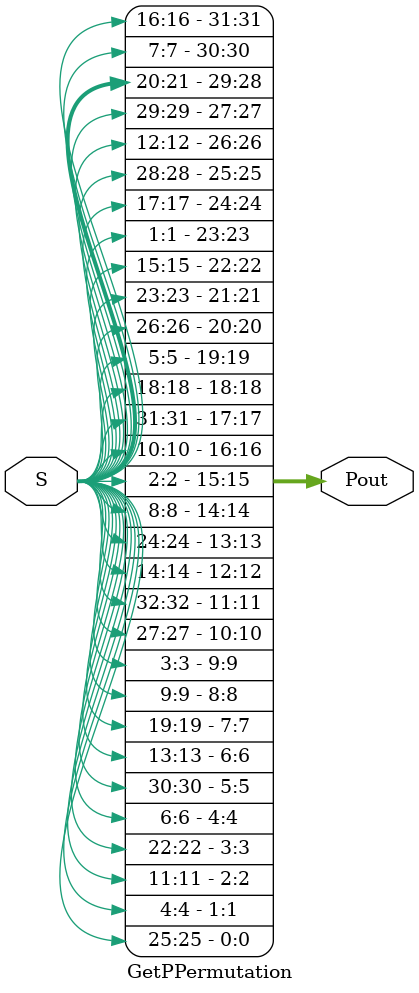
<source format=v>
module GetPPermutation(S, Pout); 

input [1:32] S;
output [1:32] Pout;
wire [1:32] Pout;

assign Pout [1:32] = {S[16], S[7], S[20], S[21],
							 S[29], S[12], S[28], S[17],
							 S[1], S[15], S[23], S[26],
							 S[5], S[18], S[31], S[10],
							 S[2], S[8], S[24], S[14],
							 S[32], S[27], S[3], S[9],
							 S[19], S[13], S[30], S[6],
							 S[22], S[11], S[4], S[25]}; 
endmodule 
</source>
